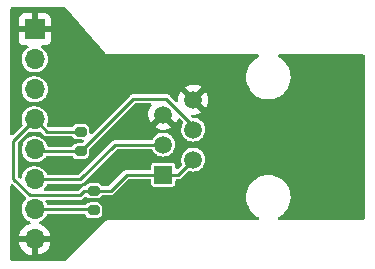
<source format=gbr>
%TF.GenerationSoftware,KiCad,Pcbnew,5.99.0-1.20210520gite8102d8.fc34*%
%TF.CreationDate,2021-05-24T16:10:20-07:00*%
%TF.ProjectId,ST_to_MEGA,53545f74-6f5f-44d4-9547-412e6b696361,rev?*%
%TF.SameCoordinates,Original*%
%TF.FileFunction,Copper,L1,Top*%
%TF.FilePolarity,Positive*%
%FSLAX46Y46*%
G04 Gerber Fmt 4.6, Leading zero omitted, Abs format (unit mm)*
G04 Created by KiCad (PCBNEW 5.99.0-1.20210520gite8102d8.fc34) date 2021-05-24 16:10:20*
%MOMM*%
%LPD*%
G01*
G04 APERTURE LIST*
G04 Aperture macros list*
%AMRoundRect*
0 Rectangle with rounded corners*
0 $1 Rounding radius*
0 $2 $3 $4 $5 $6 $7 $8 $9 X,Y pos of 4 corners*
0 Add a 4 corners polygon primitive as box body*
4,1,4,$2,$3,$4,$5,$6,$7,$8,$9,$2,$3,0*
0 Add four circle primitives for the rounded corners*
1,1,$1+$1,$2,$3*
1,1,$1+$1,$4,$5*
1,1,$1+$1,$6,$7*
1,1,$1+$1,$8,$9*
0 Add four rect primitives between the rounded corners*
20,1,$1+$1,$2,$3,$4,$5,0*
20,1,$1+$1,$4,$5,$6,$7,0*
20,1,$1+$1,$6,$7,$8,$9,0*
20,1,$1+$1,$8,$9,$2,$3,0*%
G04 Aperture macros list end*
%TA.AperFunction,SMDPad,CuDef*%
%ADD10RoundRect,0.200000X-0.275000X0.200000X-0.275000X-0.200000X0.275000X-0.200000X0.275000X0.200000X0*%
%TD*%
%TA.AperFunction,SMDPad,CuDef*%
%ADD11RoundRect,0.200000X0.275000X-0.200000X0.275000X0.200000X-0.275000X0.200000X-0.275000X-0.200000X0*%
%TD*%
%TA.AperFunction,ComponentPad*%
%ADD12O,1.700000X1.700000*%
%TD*%
%TA.AperFunction,ComponentPad*%
%ADD13R,1.700000X1.700000*%
%TD*%
%TA.AperFunction,ComponentPad*%
%ADD14R,1.520000X1.520000*%
%TD*%
%TA.AperFunction,ComponentPad*%
%ADD15C,1.520000*%
%TD*%
%TA.AperFunction,Conductor*%
%ADD16C,0.250000*%
%TD*%
G04 APERTURE END LIST*
D10*
%TO.P,R2,1*%
%TO.N,VCC*%
X135800000Y-93285000D03*
%TO.P,R2,2*%
%TO.N,/~RESET*%
X135800000Y-94935000D03*
%TD*%
D11*
%TO.P,R1,1*%
%TO.N,/KEYB_TX*%
X134700000Y-89935000D03*
%TO.P,R1,2*%
%TO.N,VCC*%
X134700000Y-88285000D03*
%TD*%
D12*
%TO.P,J2,8,Pin_8*%
%TO.N,GND*%
X130810000Y-97405000D03*
%TO.P,J2,7,Pin_7*%
%TO.N,/~RESET*%
X130810000Y-94865000D03*
%TO.P,J2,6,Pin_6*%
%TO.N,/KEYB_RX*%
X130810000Y-92325000D03*
%TO.P,J2,5,Pin_5*%
%TO.N,/KEYB_TX*%
X130810000Y-89785000D03*
%TO.P,J2,4,Pin_4*%
%TO.N,VCC*%
X130810000Y-87245000D03*
%TO.P,J2,3,Pin_3*%
%TO.N,/~BD0SEL*%
X130810000Y-84705000D03*
%TO.P,J2,2,Pin_2*%
%TO.N,unconnected-(J2-Pad2)*%
X130810000Y-82165000D03*
D13*
%TO.P,J2,1,Pin_1*%
%TO.N,GND*%
X130810000Y-79625000D03*
%TD*%
D14*
%TO.P,J1,1*%
%TO.N,VCC*%
X141700000Y-91920000D03*
D15*
%TO.P,J1,2*%
X144240000Y-90650000D03*
%TO.P,J1,3*%
%TO.N,/KEYB_RX*%
X141700000Y-89380000D03*
%TO.P,J1,4*%
%TO.N,/KEYB_TX*%
X144240000Y-88110000D03*
%TO.P,J1,5*%
%TO.N,GND*%
X141700000Y-86840000D03*
%TO.P,J1,6*%
X144240000Y-85570000D03*
%TD*%
D16*
%TO.N,/KEYB_RX*%
X141700000Y-89380000D02*
X137620000Y-89380000D01*
X137620000Y-89380000D02*
X134675000Y-92325000D01*
X134675000Y-92325000D02*
X130810000Y-92325000D01*
%TO.N,VCC*%
X135800000Y-93285000D02*
X135010978Y-93285000D01*
X135010978Y-93285000D02*
X134605489Y-93690489D01*
X135800000Y-93285000D02*
X137230000Y-93285000D01*
X137230000Y-93285000D02*
X138595000Y-91920000D01*
%TO.N,/~RESET*%
X130810000Y-94865000D02*
X135730000Y-94865000D01*
X135730000Y-94865000D02*
X135800000Y-94935000D01*
%TO.N,VCC*%
X138595000Y-91920000D02*
X141700000Y-91920000D01*
%TO.N,/KEYB_TX*%
X134700000Y-89935000D02*
X139135000Y-85500000D01*
X141965077Y-85500000D02*
X144240000Y-87774923D01*
X139135000Y-85500000D02*
X141965077Y-85500000D01*
X144240000Y-87774923D02*
X144240000Y-88110000D01*
%TO.N,VCC*%
X130810000Y-87245000D02*
X129000000Y-89055000D01*
X129000000Y-89055000D02*
X129000000Y-92253277D01*
X129000000Y-92253277D02*
X130437212Y-93690489D01*
X130437212Y-93690489D02*
X134605489Y-93690489D01*
X134700000Y-88285000D02*
X131850000Y-88285000D01*
X131850000Y-88285000D02*
X130810000Y-87245000D01*
%TO.N,/KEYB_TX*%
X134700000Y-89935000D02*
X130960000Y-89935000D01*
X130960000Y-89935000D02*
X130810000Y-89785000D01*
%TO.N,/~RESET*%
X130875000Y-94800000D02*
X130810000Y-94865000D01*
%TO.N,VCC*%
X141700000Y-91920000D02*
X142970000Y-91920000D01*
X142970000Y-91920000D02*
X144240000Y-90650000D01*
%TO.N,/~RESET*%
X131020000Y-94800000D02*
X130810000Y-95010000D01*
%TD*%
%TA.AperFunction,Conductor*%
%TO.N,GND*%
G36*
X133395688Y-77774002D02*
G01*
X133422392Y-77797028D01*
X135667633Y-80363018D01*
X136340434Y-81131932D01*
X136792470Y-81648545D01*
X136802403Y-81661505D01*
X136816859Y-81683141D01*
X136848356Y-81704187D01*
X136855152Y-81709063D01*
X136885187Y-81732162D01*
X136893623Y-81734432D01*
X136900885Y-81739285D01*
X136913055Y-81741706D01*
X136913056Y-81741706D01*
X136938019Y-81746671D01*
X136946186Y-81748580D01*
X136970787Y-81755202D01*
X136970791Y-81755202D01*
X136982772Y-81758427D01*
X136995077Y-81756821D01*
X136995079Y-81756821D01*
X137008569Y-81755060D01*
X137024876Y-81754000D01*
X149677896Y-81754000D01*
X149746017Y-81774002D01*
X149792510Y-81827658D01*
X149802614Y-81897932D01*
X149773120Y-81962512D01*
X149741566Y-81988729D01*
X149522607Y-82116934D01*
X149383801Y-82227940D01*
X149326992Y-82273372D01*
X149309593Y-82287286D01*
X149123401Y-82486604D01*
X148967932Y-82710711D01*
X148965902Y-82714792D01*
X148859020Y-82929633D01*
X148846442Y-82954915D01*
X148761478Y-83214098D01*
X148714818Y-83482832D01*
X148714695Y-83487390D01*
X148709098Y-83694233D01*
X148707440Y-83755487D01*
X148707975Y-83760005D01*
X148707975Y-83760011D01*
X148720005Y-83861648D01*
X148739499Y-84026350D01*
X148740683Y-84030752D01*
X148740684Y-84030759D01*
X148759541Y-84100888D01*
X148810323Y-84289749D01*
X148918428Y-84540165D01*
X148920819Y-84544044D01*
X149021825Y-84707906D01*
X149061550Y-84772353D01*
X149236691Y-84981448D01*
X149440181Y-85163070D01*
X149504547Y-85205592D01*
X149663948Y-85310898D01*
X149663955Y-85310902D01*
X149667759Y-85313415D01*
X149671886Y-85315352D01*
X149671892Y-85315356D01*
X149816014Y-85383020D01*
X149914656Y-85429332D01*
X150175700Y-85508395D01*
X150445423Y-85548946D01*
X150449988Y-85548966D01*
X150449989Y-85548966D01*
X150578250Y-85549526D01*
X150718175Y-85550136D01*
X150815802Y-85536328D01*
X150983726Y-85512579D01*
X150983730Y-85512578D01*
X150988242Y-85511940D01*
X151249966Y-85435159D01*
X151343084Y-85392428D01*
X151493708Y-85323308D01*
X151493712Y-85323306D01*
X151497865Y-85321400D01*
X151726745Y-85173047D01*
X151901133Y-85020113D01*
X151928380Y-84996218D01*
X151928382Y-84996216D01*
X151931813Y-84993207D01*
X151934774Y-84989735D01*
X151934779Y-84989729D01*
X152105808Y-84789126D01*
X152105811Y-84789123D01*
X152108772Y-84785649D01*
X152111199Y-84781787D01*
X152111203Y-84781782D01*
X152251486Y-84558584D01*
X152251487Y-84558582D01*
X152253915Y-84554719D01*
X152255757Y-84550554D01*
X152255760Y-84550547D01*
X152362357Y-84309428D01*
X152362359Y-84309423D01*
X152364201Y-84305256D01*
X152418274Y-84110934D01*
X152436097Y-84046885D01*
X152436098Y-84046880D01*
X152437321Y-84042485D01*
X152447618Y-83961542D01*
X152471347Y-83775020D01*
X152471348Y-83775012D01*
X152471742Y-83771912D01*
X152474500Y-83670000D01*
X152454761Y-83397961D01*
X152413212Y-83209765D01*
X152396944Y-83136080D01*
X152396943Y-83136076D01*
X152395959Y-83131620D01*
X152321212Y-82934329D01*
X152300942Y-82880828D01*
X152300941Y-82880825D01*
X152299324Y-82876558D01*
X152166882Y-82638117D01*
X152084145Y-82529705D01*
X152004179Y-82424925D01*
X152004178Y-82424924D01*
X152001407Y-82421293D01*
X151806365Y-82230626D01*
X151585842Y-82070113D01*
X151436439Y-81991508D01*
X151385467Y-81942089D01*
X151369304Y-81872956D01*
X151393083Y-81806060D01*
X151449254Y-81762640D01*
X151495107Y-81754000D01*
X158620000Y-81754000D01*
X158688121Y-81774002D01*
X158734614Y-81827658D01*
X158746000Y-81880000D01*
X158746000Y-95620000D01*
X158725998Y-95688121D01*
X158672342Y-95734614D01*
X158620000Y-95746000D01*
X151497937Y-95746000D01*
X151429816Y-95725998D01*
X151383323Y-95672342D01*
X151373219Y-95602068D01*
X151402713Y-95537488D01*
X151445386Y-95505482D01*
X151497865Y-95481400D01*
X151726745Y-95333047D01*
X151827713Y-95244500D01*
X151928380Y-95156218D01*
X151928382Y-95156216D01*
X151931813Y-95153207D01*
X151934774Y-95149735D01*
X151934779Y-95149729D01*
X152105808Y-94949126D01*
X152105811Y-94949123D01*
X152108772Y-94945649D01*
X152111199Y-94941787D01*
X152111203Y-94941782D01*
X152251486Y-94718584D01*
X152251487Y-94718582D01*
X152253915Y-94714719D01*
X152255757Y-94710554D01*
X152255760Y-94710547D01*
X152362357Y-94469428D01*
X152362359Y-94469423D01*
X152364201Y-94465256D01*
X152418272Y-94270943D01*
X152436097Y-94206885D01*
X152436098Y-94206880D01*
X152437321Y-94202485D01*
X152453595Y-94074562D01*
X152471347Y-93935020D01*
X152471348Y-93935012D01*
X152471742Y-93931912D01*
X152472062Y-93920110D01*
X152474415Y-93833137D01*
X152474500Y-93830000D01*
X152454761Y-93557961D01*
X152413212Y-93369765D01*
X152396944Y-93296080D01*
X152396943Y-93296076D01*
X152395959Y-93291620D01*
X152299324Y-93036558D01*
X152166882Y-92798117D01*
X152058148Y-92655642D01*
X152004179Y-92584925D01*
X152004178Y-92584924D01*
X152001407Y-92581293D01*
X151806365Y-92390626D01*
X151661623Y-92285272D01*
X151589534Y-92232800D01*
X151589531Y-92232798D01*
X151585842Y-92230113D01*
X151344458Y-92103114D01*
X151087269Y-92012292D01*
X150988454Y-91992816D01*
X150824135Y-91960428D01*
X150824129Y-91960427D01*
X150819663Y-91959547D01*
X150815110Y-91959320D01*
X150815107Y-91959320D01*
X150551815Y-91946212D01*
X150551809Y-91946212D01*
X150547246Y-91945985D01*
X150275724Y-91971890D01*
X150271290Y-91972975D01*
X150271284Y-91972976D01*
X150015224Y-92035634D01*
X150010786Y-92036720D01*
X149757982Y-92139117D01*
X149522607Y-92276934D01*
X149422016Y-92357379D01*
X149341412Y-92421840D01*
X149309593Y-92447286D01*
X149123401Y-92646604D01*
X148967932Y-92870711D01*
X148942067Y-92922702D01*
X148855048Y-93097617D01*
X148846442Y-93114915D01*
X148761478Y-93374098D01*
X148714818Y-93642832D01*
X148711157Y-93778109D01*
X148708695Y-93869121D01*
X148707440Y-93915487D01*
X148707975Y-93920005D01*
X148707975Y-93920011D01*
X148725830Y-94070862D01*
X148739499Y-94186350D01*
X148740683Y-94190752D01*
X148740684Y-94190759D01*
X148782852Y-94347584D01*
X148810323Y-94449749D01*
X148918428Y-94700165D01*
X148920819Y-94704044D01*
X148924828Y-94710547D01*
X149061550Y-94932353D01*
X149236691Y-95141448D01*
X149440181Y-95323070D01*
X149503433Y-95364856D01*
X149663948Y-95470898D01*
X149663955Y-95470902D01*
X149667759Y-95473415D01*
X149671892Y-95475355D01*
X149671893Y-95475356D01*
X149737046Y-95505945D01*
X149790209Y-95553001D01*
X149809491Y-95621329D01*
X149788771Y-95689235D01*
X149734628Y-95735159D01*
X149683498Y-95746000D01*
X137037547Y-95746000D01*
X137012967Y-95743579D01*
X137012173Y-95743421D01*
X137012171Y-95743421D01*
X137000000Y-95741000D01*
X136974863Y-95746000D01*
X136900885Y-95760715D01*
X136890567Y-95767609D01*
X136890565Y-95767610D01*
X136827175Y-95809966D01*
X136816859Y-95816859D01*
X136809967Y-95827174D01*
X136809965Y-95827176D01*
X136809510Y-95827857D01*
X136793840Y-95846950D01*
X133431694Y-99209095D01*
X133369382Y-99243121D01*
X133342599Y-99246000D01*
X128880000Y-99246000D01*
X128811879Y-99225998D01*
X128765386Y-99172342D01*
X128754000Y-99120000D01*
X128754000Y-97677423D01*
X129478255Y-97677423D01*
X129486638Y-97729471D01*
X129489212Y-97739793D01*
X129560230Y-97947810D01*
X129564497Y-97957533D01*
X129669556Y-98150625D01*
X129675402Y-98159491D01*
X129811486Y-98332113D01*
X129818750Y-98339875D01*
X129981967Y-98487094D01*
X129990444Y-98493528D01*
X130176122Y-98611136D01*
X130185567Y-98616053D01*
X130388406Y-98700694D01*
X130398545Y-98703950D01*
X130538345Y-98736096D01*
X130552422Y-98735257D01*
X130556000Y-98725999D01*
X130556000Y-97677115D01*
X130554659Y-97672548D01*
X131064000Y-97672548D01*
X131064000Y-98724941D01*
X131068151Y-98739079D01*
X131078798Y-98740774D01*
X131082192Y-98740096D01*
X131293333Y-98678954D01*
X131303259Y-98675143D01*
X131501065Y-98579307D01*
X131510212Y-98573876D01*
X131689041Y-98446083D01*
X131697149Y-98439182D01*
X131851893Y-98283082D01*
X131858706Y-98274933D01*
X131984940Y-98094988D01*
X131990295Y-98085787D01*
X132084399Y-97887156D01*
X132088123Y-97877197D01*
X132145968Y-97670718D01*
X132144430Y-97662351D01*
X132132137Y-97659000D01*
X131082115Y-97659000D01*
X131066876Y-97663475D01*
X131065671Y-97664865D01*
X131064000Y-97672548D01*
X130554659Y-97672548D01*
X130551525Y-97661876D01*
X130550135Y-97660671D01*
X130542452Y-97659000D01*
X129493403Y-97659000D01*
X129480222Y-97662870D01*
X129478255Y-97677423D01*
X128754000Y-97677423D01*
X128754000Y-92848161D01*
X128774002Y-92780040D01*
X128827658Y-92733547D01*
X128897932Y-92723443D01*
X128962512Y-92752937D01*
X128969095Y-92759066D01*
X130071276Y-93861247D01*
X130105302Y-93923559D01*
X130100237Y-93994374D01*
X130073199Y-94037473D01*
X129939291Y-94177355D01*
X129824969Y-94354408D01*
X129746190Y-94549885D01*
X129745040Y-94555775D01*
X129714000Y-94714719D01*
X129705795Y-94756732D01*
X129705243Y-94967485D01*
X129706361Y-94973372D01*
X129740504Y-95153207D01*
X129744554Y-95174541D01*
X129822309Y-95370427D01*
X129935702Y-95548076D01*
X130080642Y-95701079D01*
X130085507Y-95704569D01*
X130085510Y-95704571D01*
X130232454Y-95809966D01*
X130251899Y-95823913D01*
X130358863Y-95873224D01*
X130383030Y-95884365D01*
X130436519Y-95931049D01*
X130456278Y-95999241D01*
X130436033Y-96067290D01*
X130376560Y-96115983D01*
X130208932Y-96182182D01*
X130199396Y-96186916D01*
X130011486Y-96300942D01*
X130002896Y-96307206D01*
X129836884Y-96451264D01*
X129829464Y-96458895D01*
X129690100Y-96628860D01*
X129684075Y-96637627D01*
X129575342Y-96828644D01*
X129570877Y-96838308D01*
X129495882Y-97044916D01*
X129493111Y-97055184D01*
X129479008Y-97133174D01*
X129480427Y-97146414D01*
X129495062Y-97151000D01*
X132129079Y-97151000D01*
X132142610Y-97147027D01*
X132143876Y-97138218D01*
X132096954Y-96957433D01*
X132093419Y-96947395D01*
X132003147Y-96746998D01*
X131997967Y-96737692D01*
X131875218Y-96555366D01*
X131868557Y-96547080D01*
X131716830Y-96388030D01*
X131708873Y-96380990D01*
X131532523Y-96249782D01*
X131523486Y-96244178D01*
X131327550Y-96144559D01*
X131317699Y-96140559D01*
X131254663Y-96120986D01*
X131195538Y-96081683D01*
X131167047Y-96016654D01*
X131178237Y-95946544D01*
X131225554Y-95893614D01*
X131251312Y-95881413D01*
X131266575Y-95876202D01*
X131382464Y-95809966D01*
X131444344Y-95774599D01*
X131444347Y-95774597D01*
X131449552Y-95771622D01*
X131454101Y-95767716D01*
X131454104Y-95767714D01*
X131604900Y-95638237D01*
X131604902Y-95638235D01*
X131609451Y-95634329D01*
X131620829Y-95620000D01*
X131704165Y-95515044D01*
X131740505Y-95469277D01*
X131822439Y-95312219D01*
X131871678Y-95261077D01*
X131934149Y-95244500D01*
X134994245Y-95244500D01*
X135062366Y-95264502D01*
X135107828Y-95315958D01*
X135133984Y-95370427D01*
X135144956Y-95393277D01*
X135237701Y-95493608D01*
X135355847Y-95562232D01*
X135407423Y-95574187D01*
X135466491Y-95587879D01*
X135466494Y-95587879D01*
X135473486Y-95589500D01*
X136108258Y-95589500D01*
X136112905Y-95588801D01*
X136112910Y-95588801D01*
X136200801Y-95575587D01*
X136200802Y-95575587D01*
X136210112Y-95574187D01*
X136333277Y-95515044D01*
X136433608Y-95422299D01*
X136502232Y-95304153D01*
X136529500Y-95186514D01*
X136529500Y-94701742D01*
X136528635Y-94695983D01*
X136515587Y-94609199D01*
X136515587Y-94609198D01*
X136514187Y-94599888D01*
X136455044Y-94476723D01*
X136440380Y-94460859D01*
X136368690Y-94383306D01*
X136362299Y-94376392D01*
X136244153Y-94307768D01*
X136179673Y-94292822D01*
X136133509Y-94282121D01*
X136133506Y-94282121D01*
X136126514Y-94280500D01*
X135491742Y-94280500D01*
X135487095Y-94281199D01*
X135487090Y-94281199D01*
X135399199Y-94294413D01*
X135399198Y-94294413D01*
X135389888Y-94295813D01*
X135266723Y-94354956D01*
X135166392Y-94447701D01*
X135164765Y-94445941D01*
X135117534Y-94478937D01*
X135077399Y-94485500D01*
X131933746Y-94485500D01*
X131865625Y-94465498D01*
X131821730Y-94417192D01*
X131746406Y-94270943D01*
X131743656Y-94265603D01*
X131741716Y-94263133D01*
X131722018Y-94195931D01*
X131742052Y-94127819D01*
X131795729Y-94081351D01*
X131848018Y-94069989D01*
X134552724Y-94069989D01*
X134573442Y-94072194D01*
X134577200Y-94072371D01*
X134587376Y-94074562D01*
X134618638Y-94070862D01*
X134625155Y-94070478D01*
X134625150Y-94070417D01*
X134630329Y-94069989D01*
X134635529Y-94069989D01*
X134640657Y-94069135D01*
X134640662Y-94069135D01*
X134656012Y-94066580D01*
X134661889Y-94065743D01*
X134680143Y-94063582D01*
X134712761Y-94059722D01*
X134721009Y-94055761D01*
X134730035Y-94054259D01*
X134775143Y-94029920D01*
X134780401Y-94027242D01*
X134819433Y-94008500D01*
X134819437Y-94008498D01*
X134826579Y-94005068D01*
X134833011Y-93999661D01*
X134834949Y-93997723D01*
X134835140Y-93997547D01*
X134841152Y-93994304D01*
X134848221Y-93986656D01*
X134848227Y-93986652D01*
X134873522Y-93959287D01*
X134876952Y-93955720D01*
X135025602Y-93807070D01*
X135087914Y-93773044D01*
X135158729Y-93778109D01*
X135207222Y-93810636D01*
X135237701Y-93843608D01*
X135355847Y-93912232D01*
X135404714Y-93923559D01*
X135466491Y-93937879D01*
X135466494Y-93937879D01*
X135473486Y-93939500D01*
X136108258Y-93939500D01*
X136112905Y-93938801D01*
X136112910Y-93938801D01*
X136200801Y-93925587D01*
X136200802Y-93925587D01*
X136210112Y-93924187D01*
X136333277Y-93865044D01*
X136433608Y-93772299D01*
X136459795Y-93727214D01*
X136511306Y-93678356D01*
X136568749Y-93664500D01*
X137177235Y-93664500D01*
X137197953Y-93666705D01*
X137201711Y-93666882D01*
X137211887Y-93669073D01*
X137243149Y-93665373D01*
X137249666Y-93664989D01*
X137249661Y-93664928D01*
X137254840Y-93664500D01*
X137260040Y-93664500D01*
X137265168Y-93663646D01*
X137265173Y-93663646D01*
X137280523Y-93661091D01*
X137286400Y-93660254D01*
X137304654Y-93658093D01*
X137337272Y-93654233D01*
X137345520Y-93650272D01*
X137354546Y-93648770D01*
X137399654Y-93624431D01*
X137404912Y-93621753D01*
X137443944Y-93603011D01*
X137443948Y-93603009D01*
X137451090Y-93599579D01*
X137457522Y-93594172D01*
X137459460Y-93592234D01*
X137459651Y-93592058D01*
X137465663Y-93588815D01*
X137472732Y-93581167D01*
X137472738Y-93581163D01*
X137498033Y-93553798D01*
X137501463Y-93550231D01*
X138715289Y-92336405D01*
X138777601Y-92302379D01*
X138804384Y-92299500D01*
X140554500Y-92299500D01*
X140622621Y-92319502D01*
X140669114Y-92373158D01*
X140680500Y-92425500D01*
X140680500Y-92680000D01*
X140700253Y-92779306D01*
X140756506Y-92863494D01*
X140840694Y-92919747D01*
X140940000Y-92939500D01*
X142460000Y-92939500D01*
X142559306Y-92919747D01*
X142643494Y-92863494D01*
X142699747Y-92779306D01*
X142719500Y-92680000D01*
X142719500Y-92425500D01*
X142739502Y-92357379D01*
X142793158Y-92310886D01*
X142845500Y-92299500D01*
X142917235Y-92299500D01*
X142937953Y-92301705D01*
X142941711Y-92301882D01*
X142951887Y-92304073D01*
X142983149Y-92300373D01*
X142989666Y-92299989D01*
X142989661Y-92299928D01*
X142994840Y-92299500D01*
X143000040Y-92299500D01*
X143005168Y-92298646D01*
X143005173Y-92298646D01*
X143020523Y-92296091D01*
X143026400Y-92295254D01*
X143044654Y-92293093D01*
X143077272Y-92289233D01*
X143085520Y-92285272D01*
X143094546Y-92283770D01*
X143139654Y-92259431D01*
X143144912Y-92256753D01*
X143183944Y-92238011D01*
X143183948Y-92238009D01*
X143191090Y-92234579D01*
X143197522Y-92229172D01*
X143199460Y-92227234D01*
X143199651Y-92227058D01*
X143205663Y-92223815D01*
X143212732Y-92216167D01*
X143212738Y-92216163D01*
X143238033Y-92188798D01*
X143241463Y-92185231D01*
X143785260Y-91641434D01*
X143847572Y-91607408D01*
X143913290Y-91610696D01*
X143995341Y-91637355D01*
X144021077Y-91645717D01*
X144218649Y-91669276D01*
X144224784Y-91668804D01*
X144224786Y-91668804D01*
X144410893Y-91654485D01*
X144410898Y-91654484D01*
X144417034Y-91654012D01*
X144422966Y-91652356D01*
X144422970Y-91652355D01*
X144535408Y-91620961D01*
X144608676Y-91600504D01*
X144786275Y-91510792D01*
X144819142Y-91485114D01*
X144938211Y-91392087D01*
X144938212Y-91392087D01*
X144943067Y-91388293D01*
X144964746Y-91363178D01*
X145069050Y-91242341D01*
X145069051Y-91242339D01*
X145073079Y-91237673D01*
X145171360Y-91064668D01*
X145234165Y-90875869D01*
X145250835Y-90743913D01*
X145258661Y-90681968D01*
X145258662Y-90681961D01*
X145259103Y-90678466D01*
X145259500Y-90650000D01*
X145240084Y-90451978D01*
X145182575Y-90261499D01*
X145171565Y-90240792D01*
X145092059Y-90091263D01*
X145092057Y-90091261D01*
X145089163Y-90085817D01*
X145042688Y-90028833D01*
X144967302Y-89936400D01*
X144967299Y-89936397D01*
X144963407Y-89931625D01*
X144946618Y-89917736D01*
X144814846Y-89808724D01*
X144814841Y-89808721D01*
X144810097Y-89804796D01*
X144804678Y-89801866D01*
X144804675Y-89801864D01*
X144640490Y-89713090D01*
X144640486Y-89713088D01*
X144635072Y-89710161D01*
X144629192Y-89708341D01*
X144629190Y-89708340D01*
X144579045Y-89692817D01*
X144444999Y-89651323D01*
X144438881Y-89650680D01*
X144438876Y-89650679D01*
X144253246Y-89631169D01*
X144253244Y-89631169D01*
X144247117Y-89630525D01*
X144163743Y-89638113D01*
X144055104Y-89647999D01*
X144055101Y-89648000D01*
X144048965Y-89648558D01*
X144043059Y-89650296D01*
X144043055Y-89650297D01*
X143953238Y-89676732D01*
X143858089Y-89704736D01*
X143681759Y-89796919D01*
X143676959Y-89800779D01*
X143676958Y-89800779D01*
X143643219Y-89827906D01*
X143526693Y-89921595D01*
X143398797Y-90074016D01*
X143395833Y-90079408D01*
X143395830Y-90079412D01*
X143340899Y-90179332D01*
X143302942Y-90248376D01*
X143301081Y-90254243D01*
X143301080Y-90254245D01*
X143255074Y-90399276D01*
X143242779Y-90438034D01*
X143220599Y-90635766D01*
X143221115Y-90641909D01*
X143234072Y-90796202D01*
X143237249Y-90834039D01*
X143279638Y-90981867D01*
X143279187Y-91052861D01*
X143247614Y-91105691D01*
X142934595Y-91418710D01*
X142872283Y-91452736D01*
X142801468Y-91447671D01*
X142744632Y-91405124D01*
X142719821Y-91338604D01*
X142719500Y-91329615D01*
X142719500Y-91160000D01*
X142699747Y-91060694D01*
X142643494Y-90976506D01*
X142559306Y-90920253D01*
X142460000Y-90900500D01*
X140940000Y-90900500D01*
X140840694Y-90920253D01*
X140756506Y-90976506D01*
X140700253Y-91060694D01*
X140680500Y-91160000D01*
X140680500Y-91414500D01*
X140660498Y-91482621D01*
X140606842Y-91529114D01*
X140554500Y-91540500D01*
X138647765Y-91540500D01*
X138627047Y-91538295D01*
X138623289Y-91538118D01*
X138613113Y-91535927D01*
X138582685Y-91539528D01*
X138581851Y-91539627D01*
X138575334Y-91540011D01*
X138575339Y-91540072D01*
X138570160Y-91540500D01*
X138564960Y-91540500D01*
X138559832Y-91541354D01*
X138559827Y-91541354D01*
X138544477Y-91543909D01*
X138538600Y-91544746D01*
X138520346Y-91546907D01*
X138487728Y-91550767D01*
X138479480Y-91554728D01*
X138470454Y-91556230D01*
X138461286Y-91561177D01*
X138461285Y-91561177D01*
X138425375Y-91580553D01*
X138420086Y-91583248D01*
X138373911Y-91605421D01*
X138367478Y-91610828D01*
X138365548Y-91612758D01*
X138365347Y-91612942D01*
X138359337Y-91616185D01*
X138352268Y-91623832D01*
X138352267Y-91623833D01*
X138326980Y-91651189D01*
X138323550Y-91654756D01*
X137109710Y-92868595D01*
X137047398Y-92902621D01*
X137020615Y-92905500D01*
X136572142Y-92905500D01*
X136504021Y-92885498D01*
X136465700Y-92842128D01*
X136464414Y-92843002D01*
X136459121Y-92835213D01*
X136455044Y-92826723D01*
X136362299Y-92726392D01*
X136244153Y-92657768D01*
X136179673Y-92642822D01*
X136133509Y-92632121D01*
X136133506Y-92632121D01*
X136126514Y-92630500D01*
X135491742Y-92630500D01*
X135487095Y-92631199D01*
X135487090Y-92631199D01*
X135399199Y-92644413D01*
X135399198Y-92644413D01*
X135389888Y-92645813D01*
X135318694Y-92680000D01*
X135286505Y-92695457D01*
X135266723Y-92704956D01*
X135166392Y-92797701D01*
X135141844Y-92839964D01*
X135090336Y-92888821D01*
X135031751Y-92901500D01*
X135029091Y-92900927D01*
X135000550Y-92904305D01*
X134997829Y-92904627D01*
X134991312Y-92905011D01*
X134991317Y-92905072D01*
X134986138Y-92905500D01*
X134980938Y-92905500D01*
X134975810Y-92906354D01*
X134975805Y-92906354D01*
X134960455Y-92908909D01*
X134954578Y-92909746D01*
X134936324Y-92911907D01*
X134903706Y-92915767D01*
X134896814Y-92919077D01*
X134889866Y-92920658D01*
X134886428Y-92921230D01*
X134886395Y-92921033D01*
X134883704Y-92922702D01*
X134841357Y-92945551D01*
X134836066Y-92948247D01*
X134797034Y-92966989D01*
X134797030Y-92966991D01*
X134789888Y-92970421D01*
X134783456Y-92975828D01*
X134781518Y-92977766D01*
X134781327Y-92977942D01*
X134775315Y-92981185D01*
X134743162Y-93015968D01*
X134742946Y-93016201D01*
X134739517Y-93019766D01*
X134485199Y-93274084D01*
X134422887Y-93308110D01*
X134396104Y-93310989D01*
X131696282Y-93310989D01*
X131628161Y-93290987D01*
X131581668Y-93237331D01*
X131571564Y-93167057D01*
X131605403Y-93097804D01*
X131609451Y-93094329D01*
X131740505Y-92929277D01*
X131822439Y-92772219D01*
X131871678Y-92721077D01*
X131934149Y-92704500D01*
X134622235Y-92704500D01*
X134642953Y-92706705D01*
X134646711Y-92706882D01*
X134656887Y-92709073D01*
X134688149Y-92705373D01*
X134694666Y-92704989D01*
X134694661Y-92704928D01*
X134699840Y-92704500D01*
X134705040Y-92704500D01*
X134710168Y-92703646D01*
X134710173Y-92703646D01*
X134725523Y-92701091D01*
X134731400Y-92700254D01*
X134749654Y-92698093D01*
X134782272Y-92694233D01*
X134789164Y-92690923D01*
X134796112Y-92689342D01*
X134799550Y-92688770D01*
X134799583Y-92688967D01*
X134802274Y-92687298D01*
X134844621Y-92664449D01*
X134849912Y-92661753D01*
X134888944Y-92643011D01*
X134888948Y-92643009D01*
X134896090Y-92639579D01*
X134902522Y-92634172D01*
X134904460Y-92632234D01*
X134904651Y-92632058D01*
X134910663Y-92628815D01*
X134917732Y-92621167D01*
X134917738Y-92621163D01*
X134943033Y-92593798D01*
X134946463Y-92590231D01*
X137740289Y-89796405D01*
X137802601Y-89762379D01*
X137829384Y-89759500D01*
X140677339Y-89759500D01*
X140745460Y-89779502D01*
X140789406Y-89827906D01*
X140835572Y-89917736D01*
X140843042Y-89932272D01*
X140846865Y-89937096D01*
X140846868Y-89937100D01*
X140951648Y-90069298D01*
X140966633Y-90088204D01*
X141118158Y-90217162D01*
X141123536Y-90220168D01*
X141123538Y-90220169D01*
X141165409Y-90243570D01*
X141291844Y-90314232D01*
X141481077Y-90375717D01*
X141678649Y-90399276D01*
X141684784Y-90398804D01*
X141684786Y-90398804D01*
X141870893Y-90384485D01*
X141870898Y-90384484D01*
X141877034Y-90384012D01*
X141882966Y-90382356D01*
X141882970Y-90382355D01*
X141972855Y-90357258D01*
X142068676Y-90330504D01*
X142246275Y-90240792D01*
X142272672Y-90220169D01*
X142398211Y-90122087D01*
X142398212Y-90122087D01*
X142403067Y-90118293D01*
X142441286Y-90074016D01*
X142529050Y-89972341D01*
X142529051Y-89972339D01*
X142533079Y-89967673D01*
X142631360Y-89794668D01*
X142694165Y-89605869D01*
X142708451Y-89492786D01*
X142718661Y-89411968D01*
X142718662Y-89411961D01*
X142719103Y-89408466D01*
X142719500Y-89380000D01*
X142718811Y-89372967D01*
X142711108Y-89294413D01*
X142700084Y-89181978D01*
X142642575Y-88991499D01*
X142631565Y-88970792D01*
X142552059Y-88821263D01*
X142552057Y-88821261D01*
X142549163Y-88815817D01*
X142459766Y-88706205D01*
X142427302Y-88666400D01*
X142427299Y-88666397D01*
X142423407Y-88661625D01*
X142406618Y-88647736D01*
X142274846Y-88538724D01*
X142274841Y-88538721D01*
X142270097Y-88534796D01*
X142264678Y-88531866D01*
X142264675Y-88531864D01*
X142100490Y-88443090D01*
X142100486Y-88443088D01*
X142095072Y-88440161D01*
X142089192Y-88438341D01*
X142089190Y-88438340D01*
X142039045Y-88422817D01*
X141904999Y-88381323D01*
X141898881Y-88380680D01*
X141898876Y-88380679D01*
X141713246Y-88361169D01*
X141713244Y-88361169D01*
X141707117Y-88360525D01*
X141623743Y-88368113D01*
X141515104Y-88377999D01*
X141515101Y-88378000D01*
X141508965Y-88378558D01*
X141503059Y-88380296D01*
X141503055Y-88380297D01*
X141363756Y-88421296D01*
X141318089Y-88434736D01*
X141141759Y-88526919D01*
X141136959Y-88530779D01*
X141136958Y-88530779D01*
X141120797Y-88543773D01*
X140986693Y-88651595D01*
X140858797Y-88804016D01*
X140792733Y-88924187D01*
X140786678Y-88935201D01*
X140736333Y-88985259D01*
X140676263Y-89000500D01*
X137672765Y-89000500D01*
X137652047Y-88998295D01*
X137648289Y-88998118D01*
X137638113Y-88995927D01*
X137607685Y-88999528D01*
X137606851Y-88999627D01*
X137600334Y-89000011D01*
X137600339Y-89000072D01*
X137595160Y-89000500D01*
X137589960Y-89000500D01*
X137584832Y-89001354D01*
X137584827Y-89001354D01*
X137569477Y-89003909D01*
X137563600Y-89004746D01*
X137545346Y-89006907D01*
X137512728Y-89010767D01*
X137504480Y-89014728D01*
X137495454Y-89016230D01*
X137450346Y-89040569D01*
X137445088Y-89043247D01*
X137406056Y-89061989D01*
X137406052Y-89061991D01*
X137398910Y-89065421D01*
X137392478Y-89070828D01*
X137390542Y-89072764D01*
X137390348Y-89072942D01*
X137384337Y-89076185D01*
X137377268Y-89083832D01*
X137377267Y-89083833D01*
X137351980Y-89111189D01*
X137348550Y-89114756D01*
X134554710Y-91908595D01*
X134492398Y-91942621D01*
X134465615Y-91945500D01*
X131933746Y-91945500D01*
X131865625Y-91925498D01*
X131821730Y-91877192D01*
X131746402Y-91730935D01*
X131743656Y-91725603D01*
X131680905Y-91645717D01*
X131617175Y-91564584D01*
X131617171Y-91564579D01*
X131613469Y-91559867D01*
X131608731Y-91555755D01*
X131458821Y-91425671D01*
X131454290Y-91421739D01*
X131271864Y-91316203D01*
X131266195Y-91314234D01*
X131266192Y-91314233D01*
X131078442Y-91249035D01*
X131072772Y-91247066D01*
X131040184Y-91242341D01*
X130870139Y-91217686D01*
X130870136Y-91217686D01*
X130864199Y-91216825D01*
X130653670Y-91226569D01*
X130647846Y-91227973D01*
X130647843Y-91227973D01*
X130454615Y-91274541D01*
X130454613Y-91274542D01*
X130448782Y-91275947D01*
X130443324Y-91278429D01*
X130443320Y-91278430D01*
X130360244Y-91316203D01*
X130256928Y-91363178D01*
X130085030Y-91485114D01*
X129939291Y-91637355D01*
X129824969Y-91814408D01*
X129822726Y-91819974D01*
X129761065Y-91972976D01*
X129746190Y-92009885D01*
X129740615Y-92038434D01*
X129717568Y-92156446D01*
X129684880Y-92219470D01*
X129623308Y-92254817D01*
X129552400Y-92251264D01*
X129504809Y-92221391D01*
X129416405Y-92132987D01*
X129382379Y-92070675D01*
X129379500Y-92043892D01*
X129379500Y-89264384D01*
X129399502Y-89196263D01*
X129416405Y-89175289D01*
X130282809Y-88308885D01*
X130345121Y-88274859D01*
X130415936Y-88279924D01*
X130424652Y-88283553D01*
X130443294Y-88292147D01*
X130449110Y-88293581D01*
X130449113Y-88293582D01*
X130543566Y-88316869D01*
X130647921Y-88342598D01*
X130653911Y-88342907D01*
X130653913Y-88342907D01*
X130727857Y-88346717D01*
X130858396Y-88353444D01*
X130864331Y-88352615D01*
X130864335Y-88352615D01*
X131028069Y-88329749D01*
X131067124Y-88324295D01*
X131205650Y-88277002D01*
X131276580Y-88273922D01*
X131335455Y-88307149D01*
X131544344Y-88516038D01*
X131557425Y-88532234D01*
X131559961Y-88535021D01*
X131565612Y-88543773D01*
X131573791Y-88550220D01*
X131573791Y-88550221D01*
X131590336Y-88563264D01*
X131595216Y-88567601D01*
X131595256Y-88567554D01*
X131599213Y-88570907D01*
X131602894Y-88574588D01*
X131619791Y-88586663D01*
X131624537Y-88590227D01*
X131664766Y-88621940D01*
X131673400Y-88624972D01*
X131680843Y-88630291D01*
X131690821Y-88633275D01*
X131729903Y-88644963D01*
X131735552Y-88646798D01*
X131783893Y-88663775D01*
X131792265Y-88664500D01*
X131794979Y-88664500D01*
X131795271Y-88664513D01*
X131801809Y-88666468D01*
X131849429Y-88664597D01*
X131854376Y-88664500D01*
X133927858Y-88664500D01*
X133995979Y-88684502D01*
X134034300Y-88727872D01*
X134035586Y-88726998D01*
X134040879Y-88734787D01*
X134044956Y-88743277D01*
X134137701Y-88843608D01*
X134255847Y-88912232D01*
X134307423Y-88924187D01*
X134366491Y-88937879D01*
X134366494Y-88937879D01*
X134373486Y-88939500D01*
X134854614Y-88939500D01*
X134922735Y-88959502D01*
X134969228Y-89013158D01*
X134979332Y-89083432D01*
X134949838Y-89148012D01*
X134943709Y-89154595D01*
X134854709Y-89243595D01*
X134792397Y-89277621D01*
X134765614Y-89280500D01*
X134391742Y-89280500D01*
X134387095Y-89281199D01*
X134387090Y-89281199D01*
X134299199Y-89294413D01*
X134299198Y-89294413D01*
X134289888Y-89295813D01*
X134166723Y-89354956D01*
X134159809Y-89361348D01*
X134159808Y-89361348D01*
X134135838Y-89383506D01*
X134066392Y-89447701D01*
X134050086Y-89475775D01*
X134040205Y-89492786D01*
X133988694Y-89541644D01*
X133931251Y-89555500D01*
X131988050Y-89555500D01*
X131919929Y-89535498D01*
X131873436Y-89481842D01*
X131867145Y-89464969D01*
X131866954Y-89464316D01*
X131840155Y-89372967D01*
X131799697Y-89294413D01*
X131746402Y-89190934D01*
X131746400Y-89190931D01*
X131743656Y-89185603D01*
X131679409Y-89103813D01*
X131617175Y-89024584D01*
X131617171Y-89024579D01*
X131613469Y-89019867D01*
X131605866Y-89013269D01*
X131458821Y-88885671D01*
X131454290Y-88881739D01*
X131271864Y-88776203D01*
X131266195Y-88774234D01*
X131266192Y-88774233D01*
X131078442Y-88709035D01*
X131072772Y-88707066D01*
X131040184Y-88702341D01*
X130870139Y-88677686D01*
X130870136Y-88677686D01*
X130864199Y-88676825D01*
X130653670Y-88686569D01*
X130647846Y-88687973D01*
X130647843Y-88687973D01*
X130454615Y-88734541D01*
X130454613Y-88734542D01*
X130448782Y-88735947D01*
X130443324Y-88738429D01*
X130443320Y-88738430D01*
X130360244Y-88776203D01*
X130256928Y-88823178D01*
X130085030Y-88945114D01*
X129939291Y-89097355D01*
X129824969Y-89274408D01*
X129822726Y-89279974D01*
X129781002Y-89383506D01*
X129746190Y-89469885D01*
X129732176Y-89541644D01*
X129714710Y-89631084D01*
X129705795Y-89676732D01*
X129705779Y-89682718D01*
X129705779Y-89682721D01*
X129705578Y-89759500D01*
X129705243Y-89887485D01*
X129724899Y-89991013D01*
X129742898Y-90085817D01*
X129744554Y-90094541D01*
X129822309Y-90290427D01*
X129825533Y-90295477D01*
X129825534Y-90295480D01*
X129847890Y-90330504D01*
X129935702Y-90468076D01*
X130080642Y-90621079D01*
X130085507Y-90624569D01*
X130085510Y-90624571D01*
X130247029Y-90740420D01*
X130251899Y-90743913D01*
X130443294Y-90832147D01*
X130449110Y-90833581D01*
X130449113Y-90833582D01*
X130543566Y-90856869D01*
X130647921Y-90882598D01*
X130653911Y-90882907D01*
X130653913Y-90882907D01*
X130727857Y-90886717D01*
X130858396Y-90893444D01*
X130864331Y-90892615D01*
X130864335Y-90892615D01*
X131028069Y-90869749D01*
X131067124Y-90864295D01*
X131211269Y-90815084D01*
X131260896Y-90798141D01*
X131260898Y-90798140D01*
X131266575Y-90796202D01*
X131364173Y-90740420D01*
X131444344Y-90694599D01*
X131444347Y-90694597D01*
X131449552Y-90691622D01*
X131454101Y-90687716D01*
X131454104Y-90687714D01*
X131604900Y-90558237D01*
X131604902Y-90558235D01*
X131609451Y-90554329D01*
X131645720Y-90508652D01*
X131736778Y-90393971D01*
X131736779Y-90393970D01*
X131740505Y-90389277D01*
X131743280Y-90383958D01*
X131744186Y-90382222D01*
X131744867Y-90381514D01*
X131746545Y-90378931D01*
X131747043Y-90379254D01*
X131793427Y-90331077D01*
X131855898Y-90314500D01*
X133927858Y-90314500D01*
X133995979Y-90334502D01*
X134034300Y-90377872D01*
X134035586Y-90376998D01*
X134040879Y-90384787D01*
X134044956Y-90393277D01*
X134137701Y-90493608D01*
X134255847Y-90562232D01*
X134307423Y-90574187D01*
X134366491Y-90587879D01*
X134366494Y-90587879D01*
X134373486Y-90589500D01*
X135008258Y-90589500D01*
X135012905Y-90588801D01*
X135012910Y-90588801D01*
X135100801Y-90575587D01*
X135100802Y-90575587D01*
X135110112Y-90574187D01*
X135233277Y-90515044D01*
X135333608Y-90422299D01*
X135402232Y-90304153D01*
X135429500Y-90186514D01*
X135429500Y-89794384D01*
X135449502Y-89726263D01*
X135466405Y-89705289D01*
X137272716Y-87898978D01*
X141005852Y-87898978D01*
X141011133Y-87906032D01*
X141153139Y-87989014D01*
X141163254Y-87993774D01*
X141365259Y-88067698D01*
X141376044Y-88070588D01*
X141587954Y-88107571D01*
X141599088Y-88108506D01*
X141814185Y-88107379D01*
X141825321Y-88106327D01*
X142036816Y-88067129D01*
X142047584Y-88064123D01*
X142248803Y-87988088D01*
X142258863Y-87983225D01*
X142384170Y-87908230D01*
X142393741Y-87897871D01*
X142390198Y-87889408D01*
X141712812Y-87212022D01*
X141698868Y-87204408D01*
X141697035Y-87204539D01*
X141690420Y-87208790D01*
X141012612Y-87886598D01*
X141005852Y-87898978D01*
X137272716Y-87898978D01*
X139255289Y-85916405D01*
X139317601Y-85882379D01*
X139344384Y-85879500D01*
X140577955Y-85879500D01*
X140646076Y-85899502D01*
X140692569Y-85953158D01*
X140702673Y-86023432D01*
X140684693Y-86072456D01*
X140568728Y-86257322D01*
X140563657Y-86267274D01*
X140483425Y-86466857D01*
X140480194Y-86477557D01*
X140436574Y-86688188D01*
X140435289Y-86699295D01*
X140429659Y-86914326D01*
X140430361Y-86925478D01*
X140462897Y-87138102D01*
X140465564Y-87148963D01*
X140535240Y-87352468D01*
X140539788Y-87362682D01*
X140630496Y-87525653D01*
X140640548Y-87535544D01*
X140648152Y-87532638D01*
X141610905Y-86569885D01*
X141673217Y-86535859D01*
X141744032Y-86540924D01*
X141789095Y-86569885D01*
X142748682Y-87529472D01*
X142761062Y-87536232D01*
X142767326Y-87531543D01*
X142865628Y-87350495D01*
X142870061Y-87340249D01*
X142904933Y-87234806D01*
X142945313Y-87176411D01*
X143010853Y-87149117D01*
X143080746Y-87161589D01*
X143113656Y-87185274D01*
X143354463Y-87426081D01*
X143388489Y-87488393D01*
X143383424Y-87559208D01*
X143375783Y-87575876D01*
X143305910Y-87702976D01*
X143305908Y-87702982D01*
X143302942Y-87708376D01*
X143301081Y-87714243D01*
X143301080Y-87714245D01*
X143246407Y-87886598D01*
X143242779Y-87898034D01*
X143220599Y-88095766D01*
X143221115Y-88101909D01*
X143236369Y-88283555D01*
X143237249Y-88294039D01*
X143238948Y-88299964D01*
X143279989Y-88443090D01*
X143292093Y-88485303D01*
X143294908Y-88490780D01*
X143294909Y-88490783D01*
X143377555Y-88651595D01*
X143383042Y-88662272D01*
X143386865Y-88667096D01*
X143386868Y-88667100D01*
X143491648Y-88799298D01*
X143506633Y-88818204D01*
X143511327Y-88822198D01*
X143511327Y-88822199D01*
X143647251Y-88937879D01*
X143658158Y-88947162D01*
X143663536Y-88950168D01*
X143663538Y-88950169D01*
X143700439Y-88970792D01*
X143831844Y-89044232D01*
X144021077Y-89105717D01*
X144218649Y-89129276D01*
X144224784Y-89128804D01*
X144224786Y-89128804D01*
X144410893Y-89114485D01*
X144410898Y-89114484D01*
X144417034Y-89114012D01*
X144422966Y-89112356D01*
X144422970Y-89112355D01*
X144535408Y-89080961D01*
X144608676Y-89060504D01*
X144786275Y-88970792D01*
X144812672Y-88950169D01*
X144938211Y-88852087D01*
X144938212Y-88852087D01*
X144943067Y-88848293D01*
X144966399Y-88821263D01*
X145069050Y-88702341D01*
X145069051Y-88702339D01*
X145073079Y-88697673D01*
X145171360Y-88524668D01*
X145234165Y-88335869D01*
X145259103Y-88138466D01*
X145259500Y-88110000D01*
X145240084Y-87911978D01*
X145182575Y-87721499D01*
X145105146Y-87575876D01*
X145092059Y-87551263D01*
X145092057Y-87551261D01*
X145089163Y-87545817D01*
X144991509Y-87426081D01*
X144967302Y-87396400D01*
X144967299Y-87396397D01*
X144963407Y-87391625D01*
X144928421Y-87362682D01*
X144814846Y-87268724D01*
X144814841Y-87268721D01*
X144810097Y-87264796D01*
X144804678Y-87261866D01*
X144804675Y-87261864D01*
X144640490Y-87173090D01*
X144640486Y-87173088D01*
X144635072Y-87170161D01*
X144629192Y-87168341D01*
X144629190Y-87168340D01*
X144566593Y-87148963D01*
X144444999Y-87111323D01*
X144438881Y-87110680D01*
X144438876Y-87110679D01*
X144253245Y-87091169D01*
X144253244Y-87091169D01*
X144247117Y-87090525D01*
X144163990Y-87098090D01*
X144094337Y-87084345D01*
X144063476Y-87061704D01*
X144055346Y-87053574D01*
X144021320Y-86991262D01*
X144026385Y-86920447D01*
X144068932Y-86863611D01*
X144135452Y-86838800D01*
X144143781Y-86838481D01*
X144354185Y-86837379D01*
X144365321Y-86836327D01*
X144576816Y-86797129D01*
X144587584Y-86794123D01*
X144788803Y-86718088D01*
X144798863Y-86713225D01*
X144924170Y-86638230D01*
X144933741Y-86627871D01*
X144930198Y-86619408D01*
X143881922Y-85571132D01*
X144604408Y-85571132D01*
X144604539Y-85572965D01*
X144608790Y-85579580D01*
X145288682Y-86259472D01*
X145301062Y-86266232D01*
X145307326Y-86261543D01*
X145405628Y-86080495D01*
X145410061Y-86070249D01*
X145477603Y-85866022D01*
X145480157Y-85855130D01*
X145510743Y-85640219D01*
X145511350Y-85632995D01*
X145512905Y-85573631D01*
X145512677Y-85566379D01*
X145493380Y-85350166D01*
X145491398Y-85339152D01*
X145434640Y-85131679D01*
X145430746Y-85121206D01*
X145338142Y-84927057D01*
X145332447Y-84917428D01*
X145309292Y-84885205D01*
X145298500Y-84876792D01*
X145285463Y-84883747D01*
X144612022Y-85557188D01*
X144604408Y-85571132D01*
X143881922Y-85571132D01*
X143194544Y-84883754D01*
X143182164Y-84876994D01*
X143174192Y-84882962D01*
X143108728Y-84987322D01*
X143103657Y-84997274D01*
X143023425Y-85196857D01*
X143020194Y-85207557D01*
X142976574Y-85418188D01*
X142975289Y-85429295D01*
X142969659Y-85644326D01*
X142970445Y-85656818D01*
X142954761Y-85726060D01*
X142904132Y-85775832D01*
X142834631Y-85790330D01*
X142768326Y-85764951D01*
X142755599Y-85753827D01*
X142270732Y-85268960D01*
X142257655Y-85252768D01*
X142255114Y-85249975D01*
X142249465Y-85241227D01*
X142239031Y-85233001D01*
X142224746Y-85221740D01*
X142219861Y-85217398D01*
X142219821Y-85217445D01*
X142215864Y-85214092D01*
X142212183Y-85210411D01*
X142195271Y-85198325D01*
X142190525Y-85194762D01*
X142162980Y-85173047D01*
X142150311Y-85163060D01*
X142141680Y-85160029D01*
X142134234Y-85154708D01*
X142124256Y-85151724D01*
X142124254Y-85151723D01*
X142085142Y-85140026D01*
X142079495Y-85138191D01*
X142038663Y-85123851D01*
X142038660Y-85123850D01*
X142031184Y-85121225D01*
X142022812Y-85120500D01*
X142020103Y-85120500D01*
X142019810Y-85120487D01*
X142013268Y-85118531D01*
X141987898Y-85119528D01*
X141965632Y-85120403D01*
X141960684Y-85120500D01*
X139187764Y-85120500D01*
X139167046Y-85118295D01*
X139163288Y-85118118D01*
X139153112Y-85115927D01*
X139127655Y-85118940D01*
X139121850Y-85119627D01*
X139115334Y-85120011D01*
X139115339Y-85120072D01*
X139110159Y-85120500D01*
X139104960Y-85120500D01*
X139084455Y-85123913D01*
X139078599Y-85124746D01*
X139027728Y-85130767D01*
X139019480Y-85134728D01*
X139010454Y-85136230D01*
X138965346Y-85160569D01*
X138960088Y-85163247D01*
X138921056Y-85181989D01*
X138921052Y-85181991D01*
X138913910Y-85185421D01*
X138907478Y-85190828D01*
X138905540Y-85192766D01*
X138905349Y-85192942D01*
X138899337Y-85196185D01*
X138879728Y-85217398D01*
X138866967Y-85231202D01*
X138863538Y-85234767D01*
X135644595Y-88453710D01*
X135582283Y-88487736D01*
X135511468Y-88482671D01*
X135454632Y-88440124D01*
X135429821Y-88373604D01*
X135429500Y-88364615D01*
X135429500Y-88051742D01*
X135420070Y-87989014D01*
X135415587Y-87959199D01*
X135415587Y-87959198D01*
X135414187Y-87949888D01*
X135355044Y-87826723D01*
X135262299Y-87726392D01*
X135144153Y-87657768D01*
X135079673Y-87642822D01*
X135033509Y-87632121D01*
X135033506Y-87632121D01*
X135026514Y-87630500D01*
X134391742Y-87630500D01*
X134387095Y-87631199D01*
X134387090Y-87631199D01*
X134299199Y-87644413D01*
X134299198Y-87644413D01*
X134289888Y-87645813D01*
X134166723Y-87704956D01*
X134066392Y-87797701D01*
X134061664Y-87805841D01*
X134040205Y-87842786D01*
X133988694Y-87891644D01*
X133931251Y-87905500D01*
X132059384Y-87905500D01*
X131991263Y-87885498D01*
X131970289Y-87868595D01*
X131874143Y-87772449D01*
X131840117Y-87710137D01*
X131842521Y-87647252D01*
X131878886Y-87525653D01*
X131898370Y-87460503D01*
X131919485Y-87250809D01*
X131919500Y-87245000D01*
X131918528Y-87234806D01*
X131906746Y-87111323D01*
X131899483Y-87035199D01*
X131840155Y-86832967D01*
X131820149Y-86794123D01*
X131746402Y-86650934D01*
X131746400Y-86650931D01*
X131743656Y-86645603D01*
X131684179Y-86569885D01*
X131617175Y-86484584D01*
X131617171Y-86484579D01*
X131613469Y-86479867D01*
X131454290Y-86341739D01*
X131271864Y-86236203D01*
X131266195Y-86234234D01*
X131266192Y-86234233D01*
X131078442Y-86169035D01*
X131072772Y-86167066D01*
X131066834Y-86166205D01*
X130870139Y-86137686D01*
X130870136Y-86137686D01*
X130864199Y-86136825D01*
X130653670Y-86146569D01*
X130647846Y-86147973D01*
X130647843Y-86147973D01*
X130454615Y-86194541D01*
X130454613Y-86194542D01*
X130448782Y-86195947D01*
X130443324Y-86198429D01*
X130443320Y-86198430D01*
X130360244Y-86236203D01*
X130256928Y-86283178D01*
X130085030Y-86405114D01*
X129939291Y-86557355D01*
X129824969Y-86734408D01*
X129822726Y-86739974D01*
X129749994Y-86920447D01*
X129746190Y-86929885D01*
X129745040Y-86935775D01*
X129714710Y-87091084D01*
X129705795Y-87136732D01*
X129705779Y-87142718D01*
X129705779Y-87142721D01*
X129705730Y-87161589D01*
X129705243Y-87347485D01*
X129713623Y-87391625D01*
X129742898Y-87545817D01*
X129744554Y-87554541D01*
X129746766Y-87560113D01*
X129776278Y-87634463D01*
X129782819Y-87705158D01*
X129748263Y-87770043D01*
X128969093Y-88549212D01*
X128906783Y-88583236D01*
X128835967Y-88578171D01*
X128779132Y-88535624D01*
X128754321Y-88469104D01*
X128754000Y-88460115D01*
X128754000Y-84807485D01*
X129705243Y-84807485D01*
X129718440Y-84876994D01*
X129741276Y-84997274D01*
X129744554Y-85014541D01*
X129822309Y-85210427D01*
X129825533Y-85215477D01*
X129825534Y-85215480D01*
X129859670Y-85268960D01*
X129935702Y-85388076D01*
X130080642Y-85541079D01*
X130085507Y-85544569D01*
X130085510Y-85544571D01*
X130242007Y-85656818D01*
X130251899Y-85663913D01*
X130443294Y-85752147D01*
X130449110Y-85753581D01*
X130449113Y-85753582D01*
X130495226Y-85764951D01*
X130647921Y-85802598D01*
X130653911Y-85802907D01*
X130653913Y-85802907D01*
X130727857Y-85806717D01*
X130858396Y-85813444D01*
X130864331Y-85812615D01*
X130864335Y-85812615D01*
X131026132Y-85790020D01*
X131067124Y-85784295D01*
X131237700Y-85726060D01*
X131260896Y-85718141D01*
X131260898Y-85718140D01*
X131266575Y-85716202D01*
X131364173Y-85660420D01*
X131444344Y-85614599D01*
X131444347Y-85614597D01*
X131449552Y-85611622D01*
X131454101Y-85607716D01*
X131454104Y-85607714D01*
X131604900Y-85478237D01*
X131604902Y-85478235D01*
X131609451Y-85474329D01*
X131642065Y-85433255D01*
X131736776Y-85313973D01*
X131740505Y-85309277D01*
X131769985Y-85252768D01*
X131835210Y-85127739D01*
X131835211Y-85127736D01*
X131837984Y-85122421D01*
X131898370Y-84920503D01*
X131902772Y-84876792D01*
X131909750Y-84807485D01*
X131919485Y-84710809D01*
X131919500Y-84705000D01*
X131900922Y-84510285D01*
X143544839Y-84510285D01*
X143551471Y-84522261D01*
X144227188Y-85197978D01*
X144241132Y-85205592D01*
X144242965Y-85205461D01*
X144249580Y-85201210D01*
X144926022Y-84524768D01*
X144932247Y-84513369D01*
X144922437Y-84500938D01*
X144857929Y-84457592D01*
X144848134Y-84452207D01*
X144651177Y-84365748D01*
X144640578Y-84362181D01*
X144431421Y-84311966D01*
X144420359Y-84310333D01*
X144205621Y-84297951D01*
X144194437Y-84298303D01*
X143980900Y-84324144D01*
X143969966Y-84326468D01*
X143764371Y-84389718D01*
X143754025Y-84393939D01*
X143562875Y-84492599D01*
X143553442Y-84498586D01*
X143553303Y-84498693D01*
X143544839Y-84510285D01*
X131900922Y-84510285D01*
X131899483Y-84495199D01*
X131840155Y-84292967D01*
X131836225Y-84285337D01*
X131746402Y-84110934D01*
X131746400Y-84110931D01*
X131743656Y-84105603D01*
X131690519Y-84037956D01*
X131617175Y-83944584D01*
X131617171Y-83944579D01*
X131613469Y-83939867D01*
X131454290Y-83801739D01*
X131271864Y-83696203D01*
X131266195Y-83694234D01*
X131266192Y-83694233D01*
X131078442Y-83629035D01*
X131072772Y-83627066D01*
X131066834Y-83626205D01*
X130870139Y-83597686D01*
X130870136Y-83597686D01*
X130864199Y-83596825D01*
X130653670Y-83606569D01*
X130647846Y-83607973D01*
X130647843Y-83607973D01*
X130454615Y-83654541D01*
X130454613Y-83654542D01*
X130448782Y-83655947D01*
X130443324Y-83658429D01*
X130443320Y-83658430D01*
X130360244Y-83696203D01*
X130256928Y-83743178D01*
X130085030Y-83865114D01*
X129939291Y-84017355D01*
X129824969Y-84194408D01*
X129822726Y-84199974D01*
X129771748Y-84326468D01*
X129746190Y-84389885D01*
X129745040Y-84395775D01*
X129714000Y-84554719D01*
X129705795Y-84596732D01*
X129705243Y-84807485D01*
X128754000Y-84807485D01*
X128754000Y-79892548D01*
X129447000Y-79892548D01*
X129447000Y-80472743D01*
X129447161Y-80477250D01*
X129451740Y-80541269D01*
X129454126Y-80554491D01*
X129490819Y-80679458D01*
X129498233Y-80695692D01*
X129567426Y-80803360D01*
X129579112Y-80816847D01*
X129675840Y-80900662D01*
X129690848Y-80910307D01*
X129807275Y-80963477D01*
X129824388Y-80968502D01*
X129955554Y-80987361D01*
X129964495Y-80988000D01*
X130164867Y-80988000D01*
X130232988Y-81008002D01*
X130279481Y-81061658D01*
X130289585Y-81131932D01*
X130260091Y-81196512D01*
X130237768Y-81216769D01*
X130085030Y-81325114D01*
X129939291Y-81477355D01*
X129824969Y-81654408D01*
X129822726Y-81659974D01*
X129755148Y-81827658D01*
X129746190Y-81849885D01*
X129740309Y-81880000D01*
X129718533Y-81991508D01*
X129705795Y-82056732D01*
X129705779Y-82062718D01*
X129705779Y-82062721D01*
X129705760Y-82070113D01*
X129705243Y-82267485D01*
X129709636Y-82290623D01*
X129734445Y-82421293D01*
X129744554Y-82474541D01*
X129822309Y-82670427D01*
X129935702Y-82848076D01*
X130080642Y-83001079D01*
X130085507Y-83004569D01*
X130085510Y-83004571D01*
X130247029Y-83120420D01*
X130251899Y-83123913D01*
X130443294Y-83212147D01*
X130449110Y-83213581D01*
X130449113Y-83213582D01*
X130543566Y-83236869D01*
X130647921Y-83262598D01*
X130653911Y-83262907D01*
X130653913Y-83262907D01*
X130727857Y-83266717D01*
X130858396Y-83273444D01*
X130864331Y-83272615D01*
X130864335Y-83272615D01*
X131026132Y-83250020D01*
X131067124Y-83244295D01*
X131211269Y-83195084D01*
X131260896Y-83178141D01*
X131260898Y-83178140D01*
X131266575Y-83176202D01*
X131364173Y-83120420D01*
X131444344Y-83074599D01*
X131444347Y-83074597D01*
X131449552Y-83071622D01*
X131454101Y-83067716D01*
X131454104Y-83067714D01*
X131604900Y-82938237D01*
X131604902Y-82938235D01*
X131609451Y-82934329D01*
X131740505Y-82769277D01*
X131771058Y-82710711D01*
X131835210Y-82587739D01*
X131835211Y-82587736D01*
X131837984Y-82582421D01*
X131898370Y-82380503D01*
X131919485Y-82170809D01*
X131919500Y-82165000D01*
X131899483Y-81955199D01*
X131840155Y-81752967D01*
X131831817Y-81736777D01*
X131746402Y-81570934D01*
X131746400Y-81570931D01*
X131743656Y-81565603D01*
X131692124Y-81500000D01*
X131617175Y-81404584D01*
X131617171Y-81404579D01*
X131613469Y-81399867D01*
X131454290Y-81261739D01*
X131387438Y-81223064D01*
X131338489Y-81171639D01*
X131325114Y-81101913D01*
X131351558Y-81036025D01*
X131409427Y-80994894D01*
X131450533Y-80988000D01*
X131657743Y-80988000D01*
X131662250Y-80987839D01*
X131726269Y-80983260D01*
X131739491Y-80980874D01*
X131864458Y-80944181D01*
X131880692Y-80936767D01*
X131988360Y-80867574D01*
X132001847Y-80855888D01*
X132085662Y-80759160D01*
X132095307Y-80744152D01*
X132148477Y-80627725D01*
X132153502Y-80610612D01*
X132172361Y-80479446D01*
X132173000Y-80470503D01*
X132173000Y-79897115D01*
X132168525Y-79881876D01*
X132167135Y-79880671D01*
X132159452Y-79879000D01*
X129465115Y-79879000D01*
X129449876Y-79883475D01*
X129448671Y-79884865D01*
X129447000Y-79892548D01*
X128754000Y-79892548D01*
X128754000Y-78779495D01*
X129447000Y-78779495D01*
X129447000Y-79352885D01*
X129451475Y-79368124D01*
X129452865Y-79369329D01*
X129460548Y-79371000D01*
X130537885Y-79371000D01*
X130553124Y-79366525D01*
X130554329Y-79365135D01*
X130556000Y-79357452D01*
X130556000Y-78280115D01*
X130554659Y-78275548D01*
X131064000Y-78275548D01*
X131064000Y-79352885D01*
X131068475Y-79368124D01*
X131069865Y-79369329D01*
X131077548Y-79371000D01*
X132154885Y-79371000D01*
X132170124Y-79366525D01*
X132171329Y-79365135D01*
X132173000Y-79357452D01*
X132173000Y-78777257D01*
X132172839Y-78772750D01*
X132168260Y-78708731D01*
X132165874Y-78695509D01*
X132129181Y-78570542D01*
X132121767Y-78554308D01*
X132052574Y-78446640D01*
X132040888Y-78433153D01*
X131944160Y-78349338D01*
X131929152Y-78339693D01*
X131812725Y-78286523D01*
X131795612Y-78281498D01*
X131664446Y-78262639D01*
X131655505Y-78262000D01*
X131082115Y-78262000D01*
X131066876Y-78266475D01*
X131065671Y-78267865D01*
X131064000Y-78275548D01*
X130554659Y-78275548D01*
X130551525Y-78264876D01*
X130550135Y-78263671D01*
X130542452Y-78262000D01*
X129962257Y-78262000D01*
X129957750Y-78262161D01*
X129893731Y-78266740D01*
X129880509Y-78269126D01*
X129755542Y-78305819D01*
X129739308Y-78313233D01*
X129631640Y-78382426D01*
X129618153Y-78394112D01*
X129534338Y-78490840D01*
X129524693Y-78505848D01*
X129471523Y-78622275D01*
X129466498Y-78639388D01*
X129447639Y-78770554D01*
X129447000Y-78779495D01*
X128754000Y-78779495D01*
X128754000Y-77880000D01*
X128774002Y-77811879D01*
X128827658Y-77765386D01*
X128880000Y-77754000D01*
X133327567Y-77754000D01*
X133395688Y-77774002D01*
G37*
%TD.AperFunction*%
%TD*%
M02*

</source>
